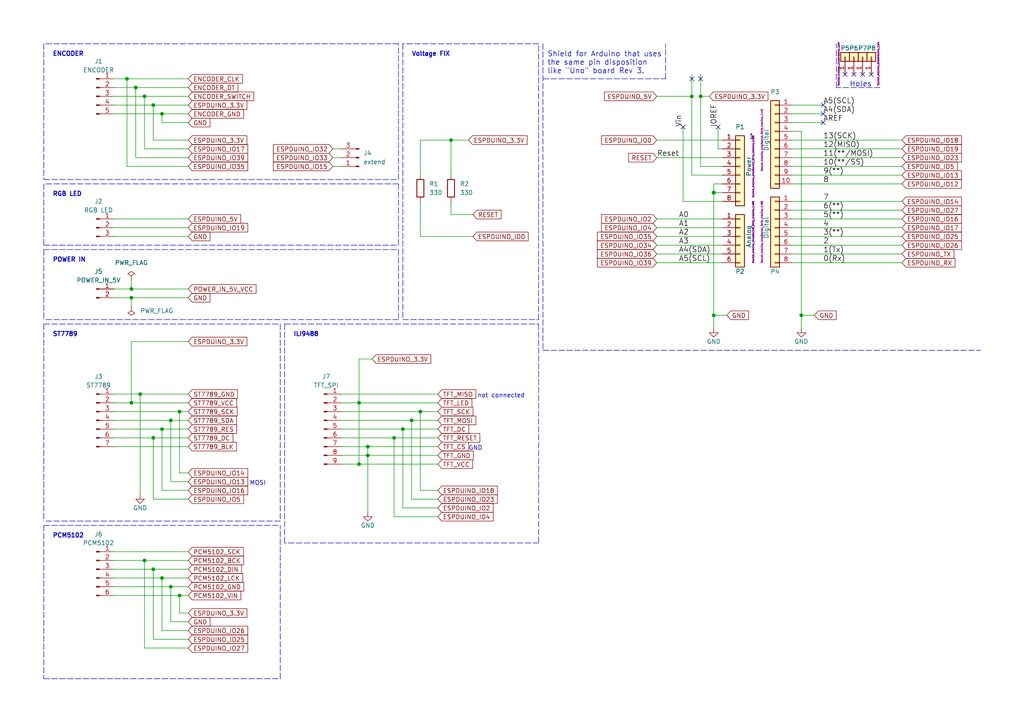
<source format=kicad_sch>
(kicad_sch (version 20211123) (generator eeschema)
  (paper "A4")
  (title_block (title "KEN ESP32 INTERNET RADIO HAT FOR ESPDUINO ") (date "lun. 30 mars 2015"))
  (lib_symbols
    (symbol "Conn_01x03_Male_1" (pin_names (offset 1.016) hide)
      (property "Reference" "J" (at 0 5.08 0))
      (property "Value" "Conn_01x03_Male_1" (at 0 -5.08 0))
      (symbol "Conn_01x03_Male_1_1_1"
        (polyline (pts (xy 1.27 -2.54) (xy 0.8636 -2.54)) (stroke (width 0.1524)))
        (polyline (pts (xy 1.27 0) (xy 0.8636 0)) (stroke (width 0.1524)))
        (polyline (pts (xy 1.27 2.54) (xy 0.8636 2.54)) (stroke (width 0.1524)))
        (rectangle (start 0.8636 -2.413) (end 0 -2.667) (stroke (width 0.1524)) (fill (type outline)))
        (rectangle (start 0.8636 0.127) (end 0 -0.127) (stroke (width 0.1524)) (fill (type outline)))
        (rectangle (start 0.8636 2.667) (end 0 2.413) (stroke (width 0.1524)) (fill (type outline)))
        (pin passive line (at 5.08 2.54 180) (length 3.81) (name "Pin_1") (number "1"))
        (pin passive line (at 5.08 0 180) (length 3.81) (name "Pin_2") (number "2"))
        (pin passive line (at 5.08 -2.54 180) (length 3.81) (name "Pin_3") (number "3"))
      )
    )
    (symbol "Connector:Conn_01x02_Male" (pin_names (offset 1.016) hide)
      (property "Reference" "J" (at 0 2.54 0))
      (property "Value" "Conn_01x02_Male" (at 0 -5.08 0))
      (symbol "Conn_01x02_Male_1_1"
        (polyline (pts (xy 1.27 -2.54) (xy 0.8636 -2.54)) (stroke (width 0.1524)))
        (polyline (pts (xy 1.27 0) (xy 0.8636 0)) (stroke (width 0.1524)))
        (rectangle (start 0.8636 -2.413) (end 0 -2.667) (stroke (width 0.1524)) (fill (type outline)))
        (rectangle (start 0.8636 0.127) (end 0 -0.127) (stroke (width 0.1524)) (fill (type outline)))
        (pin passive line (at 5.08 0 180) (length 3.81) (name "Pin_1") (number "1"))
        (pin passive line (at 5.08 -2.54 180) (length 3.81) (name "Pin_2") (number "2"))
      )
    )
    (symbol "Connector:Conn_01x03_Male" (pin_names (offset 1.016) hide)
      (property "Reference" "J" (at 0 5.08 0))
      (property "Value" "Conn_01x03_Male" (at 0 -5.08 0))
      (symbol "Conn_01x03_Male_1_1"
        (polyline (pts (xy 1.27 -2.54) (xy 0.8636 -2.54)) (stroke (width 0.1524)))
        (polyline (pts (xy 1.27 0) (xy 0.8636 0)) (stroke (width 0.1524)))
        (polyline (pts (xy 1.27 2.54) (xy 0.8636 2.54)) (stroke (width 0.1524)))
        (rectangle (start 0.8636 -2.413) (end 0 -2.667) (stroke (width 0.1524)) (fill (type outline)))
        (rectangle (start 0.8636 0.127) (end 0 -0.127) (stroke (width 0.1524)) (fill (type outline)))
        (rectangle (start 0.8636 2.667) (end 0 2.413) (stroke (width 0.1524)) (fill (type outline)))
        (pin passive line (at 5.08 2.54 180) (length 3.81) (name "Pin_1") (number "1"))
        (pin passive line (at 5.08 0 180) (length 3.81) (name "Pin_2") (number "2"))
        (pin passive line (at 5.08 -2.54 180) (length 3.81) (name "Pin_3") (number "3"))
      )
    )
    (symbol "Connector:Conn_01x05_Male" (pin_names (offset 1.016) hide)
      (property "Reference" "J" (at 0 7.62 0))
      (property "Value" "Conn_01x05_Male" (at 0 -7.62 0))
      (symbol "Conn_01x05_Male_1_1"
        (polyline (pts (xy 1.27 -5.08) (xy 0.8636 -5.08)) (stroke (width 0.1524)))
        (polyline (pts (xy 1.27 -2.54) (xy 0.8636 -2.54)) (stroke (width 0.1524)))
        (polyline (pts (xy 1.27 0) (xy 0.8636 0)) (stroke (width 0.1524)))
        (polyline (pts (xy 1.27 2.54) (xy 0.8636 2.54)) (stroke (width 0.1524)))
        (polyline (pts (xy 1.27 5.08) (xy 0.8636 5.08)) (stroke (width 0.1524)))
        (rectangle (start 0.8636 -4.953) (end 0 -5.207) (stroke (width 0.1524)) (fill (type outline)))
        (rectangle (start 0.8636 -2.413) (end 0 -2.667) (stroke (width 0.1524)) (fill (type outline)))
        (rectangle (start 0.8636 0.127) (end 0 -0.127) (stroke (width 0.1524)) (fill (type outline)))
        (rectangle (start 0.8636 2.667) (end 0 2.413) (stroke (width 0.1524)) (fill (type outline)))
        (rectangle (start 0.8636 5.207) (end 0 4.953) (stroke (width 0.1524)) (fill (type outline)))
        (pin passive line (at 5.08 5.08 180) (length 3.81) (name "Pin_1") (number "1"))
        (pin passive line (at 5.08 2.54 180) (length 3.81) (name "Pin_2") (number "2"))
        (pin passive line (at 5.08 0 180) (length 3.81) (name "Pin_3") (number "3"))
        (pin passive line (at 5.08 -2.54 180) (length 3.81) (name "Pin_4") (number "4"))
        (pin passive line (at 5.08 -5.08 180) (length 3.81) (name "Pin_5") (number "5"))
      )
    )
    (symbol "Connector:Conn_01x06_Male" (pin_names (offset 1.016) hide)
      (property "Reference" "J" (at 0 7.62 0))
      (property "Value" "Conn_01x06_Male" (at 0 -10.16 0))
      (symbol "Conn_01x06_Male_1_1"
        (polyline (pts (xy 1.27 -7.62) (xy 0.8636 -7.62)) (stroke (width 0.1524)))
        (polyline (pts (xy 1.27 -5.08) (xy 0.8636 -5.08)) (stroke (width 0.1524)))
        (polyline (pts (xy 1.27 -2.54) (xy 0.8636 -2.54)) (stroke (width 0.1524)))
        (polyline (pts (xy 1.27 0) (xy 0.8636 0)) (stroke (width 0.1524)))
        (polyline (pts (xy 1.27 2.54) (xy 0.8636 2.54)) (stroke (width 0.1524)))
        (polyline (pts (xy 1.27 5.08) (xy 0.8636 5.08)) (stroke (width 0.1524)))
        (rectangle (start 0.8636 -7.493) (end 0 -7.747) (stroke (width 0.1524)) (fill (type outline)))
        (rectangle (start 0.8636 -4.953) (end 0 -5.207) (stroke (width 0.1524)) (fill (type outline)))
        (rectangle (start 0.8636 -2.413) (end 0 -2.667) (stroke (width 0.1524)) (fill (type outline)))
        (rectangle (start 0.8636 0.127) (end 0 -0.127) (stroke (width 0.1524)) (fill (type outline)))
        (rectangle (start 0.8636 2.667) (end 0 2.413) (stroke (width 0.1524)) (fill (type outline)))
        (rectangle (start 0.8636 5.207) (end 0 4.953) (stroke (width 0.1524)) (fill (type outline)))
        (pin passive line (at 5.08 5.08 180) (length 3.81) (name "Pin_1") (number "1"))
        (pin passive line (at 5.08 2.54 180) (length 3.81) (name "Pin_2") (number "2"))
        (pin passive line (at 5.08 0 180) (length 3.81) (name "Pin_3") (number "3"))
        (pin passive line (at 5.08 -2.54 180) (length 3.81) (name "Pin_4") (number "4"))
        (pin passive line (at 5.08 -5.08 180) (length 3.81) (name "Pin_5") (number "5"))
        (pin passive line (at 5.08 -7.62 180) (length 3.81) (name "Pin_6") (number "6"))
      )
    )
    (symbol "Connector:Conn_01x07_Male" (pin_names (offset 1.016) hide)
      (property "Reference" "J" (at 0 10.16 0))
      (property "Value" "Conn_01x07_Male" (at 0 -10.16 0))
      (symbol "Conn_01x07_Male_1_1"
        (polyline (pts (xy 1.27 -7.62) (xy 0.8636 -7.62)) (stroke (width 0.1524)))
        (polyline (pts (xy 1.27 -5.08) (xy 0.8636 -5.08)) (stroke (width 0.1524)))
        (polyline (pts (xy 1.27 -2.54) (xy 0.8636 -2.54)) (stroke (width 0.1524)))
        (polyline (pts (xy 1.27 0) (xy 0.8636 0)) (stroke (width 0.1524)))
        (polyline (pts (xy 1.27 2.54) (xy 0.8636 2.54)) (stroke (width 0.1524)))
        (polyline (pts (xy 1.27 5.08) (xy 0.8636 5.08)) (stroke (width 0.1524)))
        (polyline (pts (xy 1.27 7.62) (xy 0.8636 7.62)) (stroke (width 0.1524)))
        (rectangle (start 0.8636 -7.493) (end 0 -7.747) (stroke (width 0.1524)) (fill (type outline)))
        (rectangle (start 0.8636 -4.953) (end 0 -5.207) (stroke (width 0.1524)) (fill (type outline)))
        (rectangle (start 0.8636 -2.413) (end 0 -2.667) (stroke (width 0.1524)) (fill (type outline)))
        (rectangle (start 0.8636 0.127) (end 0 -0.127) (stroke (width 0.1524)) (fill (type outline)))
        (rectangle (start 0.8636 2.667) (end 0 2.413) (stroke (width 0.1524)) (fill (type outline)))
        (rectangle (start 0.8636 5.207) (end 0 4.953) (stroke (width 0.1524)) (fill (type outline)))
        (rectangle (start 0.8636 7.747) (end 0 7.493) (stroke (width 0.1524)) (fill (type outline)))
        (pin passive line (at 5.08 7.62 180) (length 3.81) (name "Pin_1") (number "1"))
        (pin passive line (at 5.08 5.08 180) (length 3.81) (name "Pin_2") (number "2"))
        (pin passive line (at 5.08 2.54 180) (length 3.81) (name "Pin_3") (number "3"))
        (pin passive line (at 5.08 0 180) (length 3.81) (name "Pin_4") (number "4"))
        (pin passive line (at 5.08 -2.54 180) (length 3.81) (name "Pin_5") (number "5"))
        (pin passive line (at 5.08 -5.08 180) (length 3.81) (name "Pin_6") (number "6"))
        (pin passive line (at 5.08 -7.62 180) (length 3.81) (name "Pin_7") (number "7"))
      )
    )
    (symbol "Connector:Conn_01x09_Male" (pin_names (offset 1.016) hide)
      (property "Reference" "J" (at 0 12.7 0))
      (property "Value" "Conn_01x09_Male" (at 0 -12.7 0))
      (symbol "Conn_01x09_Male_1_1"
        (polyline (pts (xy 1.27 -10.16) (xy 0.8636 -10.16)) (stroke (width 0.1524)))
        (polyline (pts (xy 1.27 -7.62) (xy 0.8636 -7.62)) (stroke (width 0.1524)))
        (polyline (pts (xy 1.27 -5.08) (xy 0.8636 -5.08)) (stroke (width 0.1524)))
        (polyline (pts (xy 1.27 -2.54) (xy 0.8636 -2.54)) (stroke (width 0.1524)))
        (polyline (pts (xy 1.27 0) (xy 0.8636 0)) (stroke (width 0.1524)))
        (polyline (pts (xy 1.27 2.54) (xy 0.8636 2.54)) (stroke (width 0.1524)))
        (polyline (pts (xy 1.27 5.08) (xy 0.8636 5.08)) (stroke (width 0.1524)))
        (polyline (pts (xy 1.27 7.62) (xy 0.8636 7.62)) (stroke (width 0.1524)))
        (polyline (pts (xy 1.27 10.16) (xy 0.8636 10.16)) (stroke (width 0.1524)))
        (rectangle (start 0.8636 -10.033) (end 0 -10.287) (stroke (width 0.1524)) (fill (type outline)))
        (rectangle (start 0.8636 -7.493) (end 0 -7.747) (stroke (width 0.1524)) (fill (type outline)))
        (rectangle (start 0.8636 -4.953) (end 0 -5.207) (stroke (width 0.1524)) (fill (type outline)))
        (rectangle (start 0.8636 -2.413) (end 0 -2.667) (stroke (width 0.1524)) (fill (type outline)))
        (rectangle (start 0.8636 0.127) (end 0 -0.127) (stroke (width 0.1524)) (fill (type outline)))
        (rectangle (start 0.8636 2.667) (end 0 2.413) (stroke (width 0.1524)) (fill (type outline)))
        (rectangle (start 0.8636 5.207) (end 0 4.953) (stroke (width 0.1524)) (fill (type outline)))
        (rectangle (start 0.8636 7.747) (end 0 7.493) (stroke (width 0.1524)) (fill (type outline)))
        (rectangle (start 0.8636 10.287) (end 0 10.033) (stroke (width 0.1524)) (fill (type outline)))
        (pin passive line (at 5.08 10.16 180) (length 3.81) (name "Pin_1") (number "1"))
        (pin passive line (at 5.08 7.62 180) (length 3.81) (name "Pin_2") (number "2"))
        (pin passive line (at 5.08 5.08 180) (length 3.81) (name "Pin_3") (number "3"))
        (pin passive line (at 5.08 2.54 180) (length 3.81) (name "Pin_4") (number "4"))
        (pin passive line (at 5.08 0 180) (length 3.81) (name "Pin_5") (number "5"))
        (pin passive line (at 5.08 -2.54 180) (length 3.81) (name "Pin_6") (number "6"))
        (pin passive line (at 5.08 -5.08 180) (length 3.81) (name "Pin_7") (number "7"))
        (pin passive line (at 5.08 -7.62 180) (length 3.81) (name "Pin_8") (number "8"))
        (pin passive line (at 5.08 -10.16 180) (length 3.81) (name "Pin_9") (number "9"))
      )
    )
    (symbol "Connector_Generic:Conn_01x01" (pin_names (offset 1.016) hide)
      (property "Reference" "J" (at 0 2.54 0))
      (property "Value" "Conn_01x01" (at 0 -2.54 0))
      (symbol "Conn_01x01_1_1"
        (rectangle (start -1.27 0.127) (end 0 -0.127) (stroke (width 0.1524)))
        (rectangle (start -1.27 1.27) (end 1.27 -1.27) (stroke (width 0.254)) (fill (type background)))
        (pin passive line (at -5.08 0 0) (length 3.81) (name "Pin_1") (number "1"))
      )
    )
    (symbol "Connector_Generic:Conn_01x06" (pin_names (offset 1.016) hide)
      (property "Reference" "J" (at 0 7.62 0))
      (property "Value" "Conn_01x06" (at 0 -10.16 0))
      (symbol "Conn_01x06_1_1"
        (rectangle (start -1.27 -7.493) (end 0 -7.747) (stroke (width 0.1524)))
        (rectangle (start -1.27 -4.953) (end 0 -5.207) (stroke (width 0.1524)))
        (rectangle (start -1.27 -2.413) (end 0 -2.667) (stroke (width 0.1524)))
        (rectangle (start -1.27 0.127) (end 0 -0.127) (stroke (width 0.1524)))
        (rectangle (start -1.27 2.667) (end 0 2.413) (stroke (width 0.1524)))
        (rectangle (start -1.27 5.207) (end 0 4.953) (stroke (width 0.1524)))
        (rectangle (start -1.27 6.35) (end 1.27 -8.89) (stroke (width 0.254)) (fill (type background)))
        (pin passive line (at -5.08 5.08 0) (length 3.81) (name "Pin_1") (number "1"))
        (pin passive line (at -5.08 2.54 0) (length 3.81) (name "Pin_2") (number "2"))
        (pin passive line (at -5.08 0 0) (length 3.81) (name "Pin_3") (number "3"))
        (pin passive line (at -5.08 -2.54 0) (length 3.81) (name "Pin_4") (number "4"))
        (pin passive line (at -5.08 -5.08 0) (length 3.81) (name "Pin_5") (number "5"))
        (pin passive line (at -5.08 -7.62 0) (length 3.81) (name "Pin_6") (number "6"))
      )
    )
    (symbol "Connector_Generic:Conn_01x08" (pin_names (offset 1.016) hide)
      (property "Reference" "J" (at 0 10.16 0))
      (property "Value" "Conn_01x08" (at 0 -12.7 0))
      (symbol "Conn_01x08_1_1"
        (rectangle (start -1.27 -10.033) (end 0 -10.287) (stroke (width 0.1524)))
        (rectangle (start -1.27 -7.493) (end 0 -7.747) (stroke (width 0.1524)))
        (rectangle (start -1.27 -4.953) (end 0 -5.207) (stroke (width 0.1524)))
        (rectangle (start -1.27 -2.413) (end 0 -2.667) (stroke (width 0.1524)))
        (rectangle (start -1.27 0.127) (end 0 -0.127) (stroke (width 0.1524)))
        (rectangle (start -1.27 2.667) (end 0 2.413) (stroke (width 0.1524)))
        (rectangle (start -1.27 5.207) (end 0 4.953) (stroke (width 0.1524)))
        (rectangle (start -1.27 7.747) (end 0 7.493) (stroke (width 0.1524)))
        (rectangle (start -1.27 8.89) (end 1.27 -11.43) (stroke (width 0.254)) (fill (type background)))
        (pin passive line (at -5.08 7.62 0) (length 3.81) (name "Pin_1") (number "1"))
        (pin passive line (at -5.08 5.08 0) (length 3.81) (name "Pin_2") (number "2"))
        (pin passive line (at -5.08 2.54 0) (length 3.81) (name "Pin_3") (number "3"))
        (pin passive line (at -5.08 0 0) (length 3.81) (name "Pin_4") (number "4"))
        (pin passive line (at -5.08 -2.54 0) (length 3.81) (name "Pin_5") (number "5"))
        (pin passive line (at -5.08 -5.08 0) (length 3.81) (name "Pin_6") (number "6"))
        (pin passive line (at -5.08 -7.62 0) (length 3.81) (name "Pin_7") (number "7"))
        (pin passive line (at -5.08 -10.16 0) (length 3.81) (name "Pin_8") (number "8"))
      )
    )
    (symbol "Connector_Generic:Conn_01x10" (pin_names (offset 1.016) hide)
      (property "Reference" "J" (at 0 12.7 0))
      (property "Value" "Conn_01x10" (at 0 -15.24 0))
      (symbol "Conn_01x10_1_1"
        (rectangle (start -1.27 -12.573) (end 0 -12.827) (stroke (width 0.1524)))
        (rectangle (start -1.27 -10.033) (end 0 -10.287) (stroke (width 0.1524)))
        (rectangle (start -1.27 -7.493) (end 0 -7.747) (stroke (width 0.1524)))
        (rectangle (start -1.27 -4.953) (end 0 -5.207) (stroke (width 0.1524)))
        (rectangle (start -1.27 -2.413) (end 0 -2.667) (stroke (width 0.1524)))
        (rectangle (start -1.27 0.127) (end 0 -0.127) (stroke (width 0.1524)))
        (rectangle (start -1.27 2.667) (end 0 2.413) (stroke (width 0.1524)))
        (rectangle (start -1.27 5.207) (end 0 4.953) (stroke (width 0.1524)))
        (rectangle (start -1.27 7.747) (end 0 7.493) (stroke (width 0.1524)))
        (rectangle (start -1.27 10.287) (end 0 10.033) (stroke (width 0.1524)))
        (rectangle (start -1.27 11.43) (end 1.27 -13.97) (stroke (width 0.254)) (fill (type background)))
        (pin passive line (at -5.08 10.16 0) (length 3.81) (name "Pin_1") (number "1"))
        (pin passive line (at -5.08 -12.7 0) (length 3.81) (name "Pin_10") (number "10"))
        (pin passive line (at -5.08 7.62 0) (length 3.81) (name "Pin_2") (number "2"))
        (pin passive line (at -5.08 5.08 0) (length 3.81) (name "Pin_3") (number "3"))
        (pin passive line (at -5.08 2.54 0) (length 3.81) (name "Pin_4") (number "4"))
        (pin passive line (at -5.08 0 0) (length 3.81) (name "Pin_5") (number "5"))
        (pin passive line (at -5.08 -2.54 0) (length 3.81) (name "Pin_6") (number "6"))
        (pin passive line (at -5.08 -5.08 0) (length 3.81) (name "Pin_7") (number "7"))
        (pin passive line (at -5.08 -7.62 0) (length 3.81) (name "Pin_8") (number "8"))
        (pin passive line (at -5.08 -10.16 0) (length 3.81) (name "Pin_9") (number "9"))
      )
    )
    (symbol "Device:R" (pin_numbers hide) (pin_names (offset 0))
      (property "Reference" "R" (at 2.032 0 90))
      (property "Value" "R" (at 0 0 90))
      (symbol "R_0_1"
        (rectangle (start -1.016 -2.54) (end 1.016 2.54) (stroke (width 0.254)))
      )
      (symbol "R_1_1"
        (pin passive line (at 0 3.81 270) (length 1.27) (name "~") (number "1"))
        (pin passive line (at 0 -3.81 90) (length 1.27) (name "~") (number "2"))
      )
    )
    (symbol "power:GND" (power) (pin_names (offset 0))
      (property "Value" "GND" (at 0 -3.81 0))
      (symbol "GND_0_1"
        (polyline (pts (xy 0 0) (xy 0 -1.27) (xy 1.27 -1.27) (xy 0 -2.54) (xy -1.27 -1.27) (xy 0 -1.27)))
      )
      (symbol "GND_1_1"
        (pin power_in line (at 0 0 270) (length 0) hide (name "GND") (number "1"))
      )
    )
    (symbol "power:PWR_FLAG" (power) (pin_numbers hide) (pin_names (offset 0) hide)
      (property "Value" "PWR_FLAG" (at 0 3.81 0))
      (symbol "PWR_FLAG_0_0"
        (pin power_out line (at 0 0 90) (length 0) (name "pwr") (number "1"))
      )
      (symbol "PWR_FLAG_0_1"
        (polyline (pts (xy 0 0) (xy 0 1.27) (xy -1.016 1.905) (xy 0 2.54) (xy 1.016 1.905) (xy 0 1.27)))
      )
    )
  )
  (junction (at 38.1 116.84))
  (junction (at 200.66 27.94))
  (junction (at 46.99 167.64))
  (junction (at 104.14 134.62))
  (junction (at 44.45 30.48))
  (junction (at 49.53 170.18))
  (junction (at 52.07 172.72))
  (junction (at 207.01 55.88) (diameter 1.016))
  (junction (at 130.81 40.64))
  (junction (at 41.91 162.56))
  (junction (at 46.99 33.02))
  (junction (at 52.07 119.38))
  (junction (at 46.99 124.46))
  (junction (at 114.3 127))
  (junction (at 49.53 121.92))
  (junction (at 44.45 165.1))
  (junction (at 38.1 83.82))
  (junction (at 203.2 27.94))
  (junction (at 116.84 124.46))
  (junction (at 106.68 129.54))
  (junction (at 41.91 27.94))
  (junction (at 106.68 132.08))
  (junction (at 36.83 22.86))
  (junction (at 121.92 119.38))
  (junction (at 38.1 86.36))
  (junction (at 119.38 121.92))
  (junction (at 232.41 91.44))
  (junction (at 40.64 114.3))
  (junction (at 104.14 116.84))
  (junction (at 44.45 127))
  (junction (at 39.37 25.4))
  (junction (at 207.01 91.44))
  (no_connect (at 250.19 21.59))
  (no_connect (at 245.11 21.59))
  (no_connect (at 247.65 21.59))
  (no_connect (at 200.66 22.86))
  (no_connect (at 203.2 22.86))
  (no_connect (at 252.73 21.59))
  (no_connect (at 238.76 35.56))
  (no_connect (at 238.76 33.02))
  (no_connect (at 238.76 30.48))
  (no_connect (at 198.12 36.83))
  (no_connect (at 208.28 36.83))
  (wire (pts (xy 114.3 127) (xy 127 127)))
  (wire (pts (xy 36.83 22.86) (xy 54.61 22.86)))
  (wire (pts (xy 121.92 68.58) (xy 121.92 58.42)))
  (polyline (pts (xy 12.7 52.07) (xy 115.57 52.07)))
  (polyline (pts (xy 12.7 152.4) (xy 12.7 196.85)))
  (wire (pts (xy 44.45 165.1) (xy 54.61 165.1)))
  (wire (pts (xy 33.02 160.02) (xy 54.61 160.02)))
  (wire (pts (xy 209.55 48.26) (xy 203.2 48.26)))
  (wire (pts (xy 209.55 71.12) (xy 190.5 71.12)))
  (polyline (pts (xy 115.57 72.39) (xy 115.57 92.71)))
  (wire (pts (xy 52.07 119.38) (xy 54.61 119.38)))
  (polyline (pts (xy 12.7 71.12) (xy 115.57 71.12)))
  (polyline (pts (xy 193.04 22.86) (xy 193.04 12.7)) (stroke (width 0) (type dash)))
  (wire (pts (xy 106.68 132.08) (xy 106.68 148.59)))
  (wire (pts (xy 99.06 121.92) (xy 119.38 121.92)))
  (polyline (pts (xy 115.57 53.34) (xy 12.7 53.34)))
  (wire (pts (xy 229.87 63.5) (xy 261.62 63.5)))
  (wire (pts (xy 121.92 119.38) (xy 121.92 142.24)))
  (wire (pts (xy 46.99 124.46) (xy 54.61 124.46)))
  (wire (pts (xy 46.99 167.64) (xy 46.99 182.88)))
  (wire (pts (xy 52.07 177.8) (xy 54.61 177.8)))
  (wire (pts (xy 52.07 137.16) (xy 54.61 137.16)))
  (wire (pts (xy 46.99 33.02) (xy 54.61 33.02)))
  (wire (pts (xy 96.52 45.72) (xy 99.06 45.72)))
  (wire (pts (xy 106.68 129.54) (xy 106.68 132.08)))
  (wire (pts (xy 33.02 119.38) (xy 52.07 119.38)))
  (wire (pts (xy 39.37 25.4) (xy 39.37 45.72)))
  (wire (pts (xy 46.99 142.24) (xy 54.61 142.24)))
  (wire (pts (xy 54.61 99.06) (xy 38.1 99.06)))
  (wire (pts (xy 36.83 22.86) (xy 36.83 48.26)))
  (wire (pts (xy 52.07 119.38) (xy 52.07 137.16)))
  (wire (pts (xy 33.02 129.54) (xy 54.61 129.54)))
  (wire (pts (xy 121.92 119.38) (xy 127 119.38)))
  (wire (pts (xy 33.02 68.58) (xy 54.61 68.58)))
  (wire (pts (xy 44.45 144.78) (xy 54.61 144.78)))
  (wire (pts (xy 54.61 185.42) (xy 44.45 185.42)))
  (wire (pts (xy 38.1 81.28) (xy 38.1 83.82)))
  (polyline (pts (xy 12.7 196.85) (xy 81.28 196.85)))
  (polyline (pts (xy 12.7 72.39) (xy 115.57 72.39)))
  (wire (pts (xy 33.02 116.84) (xy 38.1 116.84)))
  (wire (pts (xy 207.01 53.34) (xy 207.01 55.88)))
  (wire (pts (xy 130.81 40.64) (xy 135.89 40.64)))
  (wire (pts (xy 99.06 114.3) (xy 127 114.3)))
  (polyline (pts (xy 156.21 93.98) (xy 156.21 157.48)))
  (wire (pts (xy 33.02 121.92) (xy 49.53 121.92)))
  (wire (pts (xy 33.02 30.48) (xy 44.45 30.48)))
  (wire (pts (xy 229.87 43.18) (xy 261.62 43.18)))
  (wire (pts (xy 49.53 121.92) (xy 49.53 139.7)))
  (wire (pts (xy 121.92 50.8) (xy 121.92 40.64)))
  (wire (pts (xy 209.55 53.34) (xy 207.01 53.34)))
  (wire (pts (xy 190.5 40.64) (xy 209.55 40.64)))
  (wire (pts (xy 33.02 33.02) (xy 46.99 33.02)))
  (wire (pts (xy 46.99 124.46) (xy 46.99 142.24)))
  (polyline (pts (xy 116.84 92.71) (xy 156.21 92.71)))
  (wire (pts (xy 190.5 27.94) (xy 200.66 27.94)))
  (wire (pts (xy 33.02 63.5) (xy 54.61 63.5)))
  (polyline (pts (xy 12.7 152.4) (xy 81.28 152.4)))
  (wire (pts (xy 99.06 119.38) (xy 121.92 119.38)))
  (wire (pts (xy 49.53 121.92) (xy 54.61 121.92)))
  (wire (pts (xy 229.87 53.34) (xy 261.62 53.34)))
  (wire (pts (xy 208.28 43.18) (xy 209.55 43.18)))
  (wire (pts (xy 209.55 50.8) (xy 200.66 50.8)))
  (wire (pts (xy 41.91 27.94) (xy 41.91 43.18)))
  (wire (pts (xy 33.02 66.04) (xy 54.61 66.04)))
  (wire (pts (xy 40.64 114.3) (xy 54.61 114.3)))
  (wire (pts (xy 99.06 134.62) (xy 104.14 134.62)))
  (polyline (pts (xy 81.28 151.13) (xy 12.7 151.13)))
  (wire (pts (xy 49.53 170.18) (xy 54.61 170.18)))
  (wire (pts (xy 38.1 86.36) (xy 38.1 88.9)))
  (polyline (pts (xy 115.57 52.07) (xy 115.57 12.7)))
  (wire (pts (xy 104.14 134.62) (xy 127 134.62)))
  (wire (pts (xy 54.61 35.56) (xy 46.99 35.56)))
  (wire (pts (xy 130.81 58.42) (xy 130.81 62.23)))
  (wire (pts (xy 229.87 40.64) (xy 261.62 40.64)))
  (wire (pts (xy 119.38 121.92) (xy 119.38 144.78)))
  (polyline (pts (xy 12.7 93.98) (xy 81.28 93.98)))
  (polyline (pts (xy 115.57 92.71) (xy 12.7 92.71)))
  (wire (pts (xy 229.87 58.42) (xy 261.62 58.42)))
  (wire (pts (xy 209.55 66.04) (xy 190.5 66.04)))
  (polyline (pts (xy 115.57 12.7) (xy 12.7 12.7)))
  (wire (pts (xy 39.37 45.72) (xy 54.61 45.72)))
  (wire (pts (xy 33.02 86.36) (xy 38.1 86.36)))
  (wire (pts (xy 229.87 30.48) (xy 238.76 30.48)))
  (polyline (pts (xy 156.21 157.48) (xy 82.55 157.48)))
  (wire (pts (xy 38.1 99.06) (xy 38.1 116.84)))
  (wire (pts (xy 232.41 38.1) (xy 232.41 91.44)))
  (wire (pts (xy 229.87 71.12) (xy 261.62 71.12)))
  (wire (pts (xy 99.06 116.84) (xy 104.14 116.84)))
  (polyline (pts (xy 156.21 92.71) (xy 156.21 12.7)))
  (wire (pts (xy 33.02 165.1) (xy 44.45 165.1)))
  (wire (pts (xy 209.55 58.42) (xy 198.12 58.42)))
  (wire (pts (xy 207.01 91.44) (xy 207.01 95.25)))
  (polyline (pts (xy 115.57 53.34) (xy 115.57 71.12)))
  (wire (pts (xy 130.81 50.8) (xy 130.81 40.64)))
  (wire (pts (xy 106.68 132.08) (xy 127 132.08)))
  (wire (pts (xy 96.52 43.18) (xy 99.06 43.18)))
  (wire (pts (xy 104.14 104.14) (xy 104.14 116.84)))
  (wire (pts (xy 33.02 124.46) (xy 46.99 124.46)))
  (wire (pts (xy 49.53 139.7) (xy 54.61 139.7)))
  (polyline (pts (xy 116.84 12.7) (xy 116.84 92.71)))
  (wire (pts (xy 38.1 83.82) (xy 54.61 83.82)))
  (wire (pts (xy 99.06 129.54) (xy 106.68 129.54)))
  (wire (pts (xy 44.45 40.64) (xy 54.61 40.64)))
  (wire (pts (xy 232.41 91.44) (xy 232.41 95.25)))
  (wire (pts (xy 137.16 62.23) (xy 130.81 62.23)))
  (wire (pts (xy 33.02 25.4) (xy 39.37 25.4)))
  (wire (pts (xy 137.16 68.58) (xy 121.92 68.58)))
  (wire (pts (xy 209.55 63.5) (xy 190.5 63.5)))
  (polyline (pts (xy 82.55 93.98) (xy 82.55 157.48)))
  (wire (pts (xy 33.02 172.72) (xy 52.07 172.72)))
  (wire (pts (xy 106.68 129.54) (xy 127 129.54)))
  (wire (pts (xy 232.41 91.44) (xy 236.22 91.44)))
  (wire (pts (xy 116.84 147.32) (xy 127 147.32)))
  (wire (pts (xy 33.02 83.82) (xy 38.1 83.82)))
  (wire (pts (xy 207.01 91.44) (xy 210.82 91.44)))
  (wire (pts (xy 229.87 45.72) (xy 261.62 45.72)))
  (wire (pts (xy 41.91 162.56) (xy 41.91 187.96)))
  (wire (pts (xy 209.55 73.66) (xy 190.5 73.66)))
  (polyline (pts (xy 255.27 25.4) (xy 242.57 25.4)) (stroke (width 0) (type dash)))
  (polyline (pts (xy 82.55 93.98) (xy 156.21 93.98)))
  (wire (pts (xy 99.06 127) (xy 114.3 127)))
  (wire (pts (xy 46.99 167.64) (xy 54.61 167.64)))
  (wire (pts (xy 209.55 45.72) (xy 190.5 45.72)))
  (wire (pts (xy 39.37 25.4) (xy 54.61 25.4)))
  (wire (pts (xy 229.87 38.1) (xy 232.41 38.1)))
  (wire (pts (xy 209.55 55.88) (xy 207.01 55.88)))
  (wire (pts (xy 229.87 50.8) (xy 261.62 50.8)))
  (wire (pts (xy 54.61 182.88) (xy 46.99 182.88)))
  (wire (pts (xy 114.3 149.86) (xy 127 149.86)))
  (wire (pts (xy 36.83 48.26) (xy 54.61 48.26)))
  (wire (pts (xy 121.92 40.64) (xy 130.81 40.64)))
  (wire (pts (xy 41.91 162.56) (xy 54.61 162.56)))
  (wire (pts (xy 33.02 127) (xy 44.45 127)))
  (wire (pts (xy 190.5 76.2) (xy 209.55 76.2)))
  (polyline (pts (xy 12.7 53.34) (xy 12.7 71.12)))
  (wire (pts (xy 207.01 55.88) (xy 207.01 91.44)))
  (wire (pts (xy 198.12 58.42) (xy 198.12 36.83)))
  (polyline (pts (xy 81.28 93.98) (xy 81.28 151.13)))
  (wire (pts (xy 44.45 165.1) (xy 44.45 185.42)))
  (wire (pts (xy 40.64 114.3) (xy 40.64 143.51)))
  (polyline (pts (xy 157.48 101.6) (xy 284.48 101.6)) (stroke (width 0) (type dash)))
  (wire (pts (xy 33.02 162.56) (xy 41.91 162.56)))
  (wire (pts (xy 229.87 68.58) (xy 261.62 68.58)))
  (wire (pts (xy 46.99 33.02) (xy 46.99 35.56)))
  (wire (pts (xy 116.84 124.46) (xy 127 124.46)))
  (wire (pts (xy 49.53 170.18) (xy 49.53 180.34)))
  (wire (pts (xy 229.87 73.66) (xy 261.62 73.66)))
  (polyline (pts (xy 242.57 25.4) (xy 242.57 12.7)) (stroke (width 0) (type dash)))
  (wire (pts (xy 203.2 27.94) (xy 205.74 27.94)))
  (wire (pts (xy 52.07 172.72) (xy 54.61 172.72)))
  (wire (pts (xy 229.87 60.96) (xy 261.62 60.96)))
  (wire (pts (xy 44.45 30.48) (xy 54.61 30.48)))
  (wire (pts (xy 200.66 27.94) (xy 200.66 50.8)))
  (polyline (pts (xy 156.21 12.7) (xy 116.84 12.7)))
  (wire (pts (xy 99.06 132.08) (xy 106.68 132.08)))
  (wire (pts (xy 54.61 187.96) (xy 41.91 187.96)))
  (wire (pts (xy 44.45 127) (xy 44.45 144.78)))
  (wire (pts (xy 33.02 167.64) (xy 46.99 167.64)))
  (wire (pts (xy 229.87 33.02) (xy 238.76 33.02)))
  (wire (pts (xy 116.84 124.46) (xy 116.84 147.32)))
  (wire (pts (xy 104.14 116.84) (xy 104.14 134.62)))
  (wire (pts (xy 41.91 27.94) (xy 54.61 27.94)))
  (wire (pts (xy 99.06 124.46) (xy 116.84 124.46)))
  (wire (pts (xy 121.92 142.24) (xy 127 142.24)))
  (wire (pts (xy 229.87 66.04) (xy 261.62 66.04)))
  (wire (pts (xy 33.02 114.3) (xy 40.64 114.3)))
  (wire (pts (xy 229.87 35.56) (xy 238.76 35.56)))
  (wire (pts (xy 200.66 21.59) (xy 200.66 27.94)))
  (wire (pts (xy 119.38 121.92) (xy 127 121.92)))
  (wire (pts (xy 96.52 48.26) (xy 99.06 48.26)))
  (polyline (pts (xy 157.48 12.7) (xy 157.48 101.6)) (stroke (width 0) (type dash)))
  (wire (pts (xy 33.02 27.94) (xy 41.91 27.94)))
  (wire (pts (xy 44.45 127) (xy 54.61 127)))
  (wire (pts (xy 107.95 104.14) (xy 104.14 104.14)))
  (polyline (pts (xy 12.7 12.7) (xy 12.7 52.07)))
  (wire (pts (xy 203.2 21.59) (xy 203.2 27.94)))
  (polyline (pts (xy 12.7 72.39) (xy 12.7 92.71)))
  (wire (pts (xy 38.1 86.36) (xy 54.61 86.36)))
  (wire (pts (xy 44.45 30.48) (xy 44.45 40.64)))
  (wire (pts (xy 49.53 180.34) (xy 54.61 180.34)))
  (wire (pts (xy 203.2 27.94) (xy 203.2 48.26)))
  (wire (pts (xy 119.38 144.78) (xy 127 144.78)))
  (wire (pts (xy 208.28 36.83) (xy 208.28 43.18)))
  (wire (pts (xy 52.07 172.72) (xy 52.07 177.8)))
  (wire (pts (xy 229.87 76.2) (xy 261.62 76.2)))
  (wire (pts (xy 33.02 170.18) (xy 49.53 170.18)))
  (wire (pts (xy 229.87 48.26) (xy 261.62 48.26)))
  (wire (pts (xy 38.1 116.84) (xy 54.61 116.84)))
  (wire (pts (xy 114.3 127) (xy 114.3 149.86)))
  (wire (pts (xy 104.14 116.84) (xy 127 116.84)))
  (wire (pts (xy 41.91 43.18) (xy 54.61 43.18)))
  (polyline (pts (xy 81.28 196.85) (xy 81.28 152.4)))
  (wire (pts (xy 209.55 68.58) (xy 190.5 68.58)))
  (wire (pts (xy 33.02 22.86) (xy 36.83 22.86)))
  (polyline (pts (xy 12.7 93.98) (xy 12.7 151.13)))
  (polyline (pts (xy 157.48 22.86) (xy 193.04 22.86)) (stroke (width 0) (type dash)))
  (text "ST7789" (at 15.24 97.79 0) (effects (font (size 1.27 1.27) bold) (justify left bottom)))
  (text "ENCODER" (at 15.24 16.51 0) (effects (font (size 1.27 1.27) (thickness 0.254) bold) (justify left bottom)))
  (text "POWER IN" (at 15.24 76.2 0) (effects (font (size 1.27 1.27) bold) (justify left bottom)))
  (text "ILI9488" (at 85.09 97.79 0) (effects (font (size 1.27 1.27) bold) (justify left bottom)))
  (text "GND\n" (at 135.89 130.81 0) (effects (font (size 1.27 1.27)) (justify left bottom)))
  (text "Holes" (at 246.38 25.4 0) (effects (font (size 1.524 1.524)) (justify left bottom)))
  (text "Shield for Arduino that uses\nthe same pin disposition\nlike \"Uno\" board Rev 3." (at 158.75 21.59 0) (effects (font (size 1.524 1.524)) (justify left bottom)))
  (text "RGB LED" (at 15.24 57.15 0) (effects (font (size 1.27 1.27) bold) (justify left bottom)))
  (text "Voltage FIX" (at 119.38 16.51 0) (effects (font (size 1.27 1.27) (thickness 0.254) bold) (justify left bottom)))
  (text "MOSI\n" (at 72.39 140.97 0) (effects (font (size 1.27 1.27)) (justify left bottom)))
  (text "PCM5102" (at 15.24 156.21 0) (effects (font (size 1.27 1.27) bold) (justify left bottom)))
  (text "not connected\n" (at 138.43 115.57 0) (effects (font (size 1.27 1.27)) (justify left bottom)))
  (text "1" (at 217.17 40.64 0) (effects (font (size 1.524 1.524)) (justify left bottom)))
  (label "Vin" (at 198.12 36.83 90) (effects (font (size 1.524 1.524))))
  (label "0(Rx)" (at 238.76 76.2 0) (effects (font (size 1.524 1.524))))
  (label "A4(SDA)" (at 196.85 73.66 0) (effects (font (size 1.524 1.524))))
  (label "4" (at 238.76 66.04 0) (effects (font (size 1.524 1.524))))
  (label "5(**)" (at 238.76 63.5 0) (effects (font (size 1.524 1.524))))
  (label "A2" (at 196.85 68.58 0) (effects (font (size 1.524 1.524))))
  (label "A5(SCL)" (at 196.85 76.2 0) (effects (font (size 1.524 1.524))))
  (label "A0" (at 196.85 63.5 0) (effects (font (size 1.524 1.524))))
  (label "A1" (at 196.85 66.04 0) (effects (font (size 1.524 1.524))))
  (label "10(**/SS)" (at 238.76 48.26 0) (effects (font (size 1.524 1.524))))
  (label "13(SCK)" (at 238.76 40.64 0) (effects (font (size 1.524 1.524))))
  (label "7" (at 238.76 58.42 0) (effects (font (size 1.524 1.524))))
  (label "A4(SDA)" (at 238.76 33.02 0) (effects (font (size 1.524 1.524))))
  (label "A3" (at 196.85 71.12 0) (effects (font (size 1.524 1.524))))
  (label "Reset" (at 190.5 45.72 0) (effects (font (size 1.524 1.524))))
  (label "2" (at 238.76 71.12 0) (effects (font (size 1.524 1.524))))
  (label "12(MISO)" (at 238.76 43.18 0) (effects (font (size 1.524 1.524))))
  (label "3(**)" (at 238.76 68.58 0) (effects (font (size 1.524 1.524))))
  (label "9(**)" (at 238.76 50.8 0) (effects (font (size 1.524 1.524))))
  (label "8" (at 238.76 53.34 0) (effects (font (size 1.524 1.524))))
  (label "A5(SCL)" (at 238.76 30.48 0) (effects (font (size 1.524 1.524))))
  (label "IOREF" (at 208.28 36.83 90) (effects (font (size 1.524 1.524))))
  (label "AREF" (at 238.76 35.56 0) (effects (font (size 1.524 1.524))))
  (label "11(**/MOSI)" (at 238.76 45.72 0) (effects (font (size 1.524 1.524))))
  (label "1(Tx)" (at 238.76 73.66 0) (effects (font (size 1.524 1.524))))
  (label "6(**)" (at 238.76 60.96 0) (effects (font (size 1.524 1.524))))
  (global_label "TFT_DC" (shape input) (at 127 124.46 0) (property "Intersheet References" "${INTERSHEET_REFS}" (effects hide)))
  (global_label "ESPDUINO_IO18" (shape input) (at 127 142.24 0) (property "Intersheet References" "${INTERSHEET_REFS}" (effects hide)))
  (global_label "GND" (shape input) (at 54.61 180.34 0) (property "Intersheet References" "${INTERSHEET_REFS}" (effects hide)))
  (global_label "POWER_IN_5V_VCC" (shape input) (at 54.61 83.82 0) (property "Intersheet References" "${INTERSHEET_REFS}" (effects hide)))
  (global_label "ESPDUINO_IO18" (shape input) (at 261.62 40.64 0) (property "Intersheet References" "${INTERSHEET_REFS}" (effects hide)))
  (global_label "GND" (shape input) (at 236.22 91.44 0) (property "Intersheet References" "${INTERSHEET_REFS}" (effects hide)))
  (global_label "ESPDUINO_IO16" (shape input) (at 261.62 63.5 0) (property "Intersheet References" "${INTERSHEET_REFS}" (effects hide)))
  (global_label "TFT_RESET" (shape input) (at 127 127 0) (property "Intersheet References" "${INTERSHEET_REFS}" (effects hide)))
  (global_label "ESPDUINO_3.3V" (shape input) (at 54.61 99.06 0) (property "Intersheet References" "${INTERSHEET_REFS}" (effects hide)))
  (global_label "ESPDUINO_IO32" (shape input) (at 96.52 43.18 180) (property "Intersheet References" "${INTERSHEET_REFS}" (effects hide)))
  (global_label "ESPDUINO_5V" (shape input) (at 190.5 27.94 180) (property "Intersheet References" "${INTERSHEET_REFS}" (effects hide)))
  (global_label "ESPDUINO_IO23" (shape input) (at 127 144.78 0) (property "Intersheet References" "${INTERSHEET_REFS}" (effects hide)))
  (global_label "ENCODER_CLK" (shape input) (at 54.61 22.86 0) (property "Intersheet References" "${INTERSHEET_REFS}" (effects hide)))
  (global_label "ESPDUINO_IO36" (shape input) (at 190.5 73.66 180) (property "Intersheet References" "${INTERSHEET_REFS}" (effects hide)))
  (global_label "ESPDUINO_IO35" (shape input) (at 190.5 68.58 180) (property "Intersheet References" "${INTERSHEET_REFS}" (effects hide)))
  (global_label "TFT_MISO" (shape input) (at 127 114.3 0) (property "Intersheet References" "${INTERSHEET_REFS}" (effects hide)))
  (global_label "PCM5102_BCK" (shape input) (at 54.61 162.56 0) (property "Intersheet References" "${INTERSHEET_REFS}" (effects hide)))
  (global_label "TFT_SCK" (shape input) (at 127 119.38 0) (property "Intersheet References" "${INTERSHEET_REFS}" (effects hide)))
  (global_label "ESPDUINO_IO17" (shape input) (at 261.62 66.04 0) (property "Intersheet References" "${INTERSHEET_REFS}" (effects hide)))
  (global_label "ESPDUINO_IO25" (shape input) (at 261.62 68.58 0) (property "Intersheet References" "${INTERSHEET_REFS}" (effects hide)))
  (global_label "ESPDUINO_3.3V" (shape input) (at 205.74 27.94 0) (property "Intersheet References" "${INTERSHEET_REFS}" (effects hide)))
  (global_label "ESPDUINO_5V" (shape input) (at 54.61 63.5 0) (property "Intersheet References" "${INTERSHEET_REFS}" (effects hide)))
  (global_label "ESPDUINO_IO0" (shape input) (at 190.5 40.64 180) (property "Intersheet References" "${INTERSHEET_REFS}" (effects hide)))
  (global_label "ESPDUINO_IO0" (shape input) (at 137.16 68.58 0) (property "Intersheet References" "${INTERSHEET_REFS}" (effects hide)))
  (global_label "ESPDUINO_3.3V" (shape input) (at 54.61 30.48 0) (property "Intersheet References" "${INTERSHEET_REFS}" (effects hide)))
  (global_label "ESPDUINO_3.3V" (shape input) (at 54.61 177.8 0) (property "Intersheet References" "${INTERSHEET_REFS}" (effects hide)))
  (global_label "RESET" (shape input) (at 190.5 45.72 180) (property "Intersheet References" "${INTERSHEET_REFS}" (effects hide)))
  (global_label "ESPDUINO_IO34" (shape input) (at 190.5 71.12 180) (property "Intersheet References" "${INTERSHEET_REFS}" (effects hide)))
  (global_label "ESPDUINO_IO14" (shape input) (at 54.61 137.16 0) (property "Intersheet References" "${INTERSHEET_REFS}" (effects hide)))
  (global_label "ESPDUINO_IO13" (shape input) (at 54.61 139.7 0) (property "Intersheet References" "${INTERSHEET_REFS}" (effects hide)))
  (global_label "ESPDUINO_IO19" (shape input) (at 261.62 43.18 0) (property "Intersheet References" "${INTERSHEET_REFS}" (effects hide)))
  (global_label "TFT_VCC" (shape input) (at 127 134.62 0) (property "Intersheet References" "${INTERSHEET_REFS}" (effects hide)))
  (global_label "ST7789_GND" (shape input) (at 54.61 114.3 0) (property "Intersheet References" "${INTERSHEET_REFS}" (effects hide)))
  (global_label "ST7789_VCC" (shape input) (at 54.61 116.84 0) (property "Intersheet References" "${INTERSHEET_REFS}" (effects hide)))
  (global_label "ESPDUINO_IO4" (shape input) (at 190.5 66.04 180) (property "Intersheet References" "${INTERSHEET_REFS}" (effects hide)))
  (global_label "ESPDUINO_IO26" (shape input) (at 261.62 71.12 0) (property "Intersheet References" "${INTERSHEET_REFS}" (effects hide)))
  (global_label "ESPDUINO_IO4" (shape input) (at 127 149.86 0) (property "Intersheet References" "${INTERSHEET_REFS}" (effects hide)))
  (global_label "ENCODER_GND" (shape input) (at 54.61 33.02 0) (property "Intersheet References" "${INTERSHEET_REFS}" (effects hide)))
  (global_label "ESPDUINO_IO39" (shape input) (at 190.5 76.2 180) (property "Intersheet References" "${INTERSHEET_REFS}" (effects hide)))
  (global_label "GND" (shape input) (at 54.61 68.58 0) (property "Intersheet References" "${INTERSHEET_REFS}" (effects hide)))
  (global_label "RESET" (shape input) (at 137.16 62.23 0) (property "Intersheet References" "${INTERSHEET_REFS}" (effects hide)))
  (global_label "ESPDUINO_RX" (shape input) (at 261.62 76.2 0) (property "Intersheet References" "${INTERSHEET_REFS}" (effects hide)))
  (global_label "ESPDUINO_IO35" (shape input) (at 54.61 48.26 0) (property "Intersheet References" "${INTERSHEET_REFS}" (effects hide)))
  (global_label "ESPDUINO_IO27" (shape input) (at 54.61 187.96 0) (property "Intersheet References" "${INTERSHEET_REFS}" (effects hide)))
  (global_label "ESPDUINO_IO14" (shape input) (at 261.62 58.42 0) (property "Intersheet References" "${INTERSHEET_REFS}" (effects hide)))
  (global_label "TFT_GND" (shape input) (at 127 132.08 0) (property "Intersheet References" "${INTERSHEET_REFS}" (effects hide)))
  (global_label "TFT_MOSI" (shape input) (at 127 121.92 0) (property "Intersheet References" "${INTERSHEET_REFS}" (effects hide)))
  (global_label "ST7789_SCK" (shape input) (at 54.61 119.38 0) (property "Intersheet References" "${INTERSHEET_REFS}" (effects hide)))
  (global_label "ST7789_SDA" (shape input) (at 54.61 121.92 0) (property "Intersheet References" "${INTERSHEET_REFS}" (effects hide)))
  (global_label "PCM5102_LCK" (shape input) (at 54.61 167.64 0) (property "Intersheet References" "${INTERSHEET_REFS}" (effects hide)))
  (global_label "TFT_LED" (shape input) (at 127 116.84 0) (property "Intersheet References" "${INTERSHEET_REFS}" (effects hide)))
  (global_label "PCM5102_SCK" (shape input) (at 54.61 160.02 0) (property "Intersheet References" "${INTERSHEET_REFS}" (effects hide)))
  (global_label "ST7789_DC" (shape input) (at 54.61 127 0) (property "Intersheet References" "${INTERSHEET_REFS}" (effects hide)))
  (global_label "ST7789_BLK" (shape input) (at 54.61 129.54 0) (property "Intersheet References" "${INTERSHEET_REFS}" (effects hide)))
  (global_label "ESPDUINO_3.3V" (shape input) (at 135.89 40.64 0) (property "Intersheet References" "${INTERSHEET_REFS}" (effects hide)))
  (global_label "ESPDUINO_3.3V" (shape input) (at 107.95 104.14 0) (property "Intersheet References" "${INTERSHEET_REFS}" (effects hide)))
  (global_label "ESPDUINO_IO12" (shape input) (at 261.62 53.34 0) (property "Intersheet References" "${INTERSHEET_REFS}" (effects hide)))
  (global_label "ESPDUINO_IO16" (shape input) (at 54.61 142.24 0) (property "Intersheet References" "${INTERSHEET_REFS}" (effects hide)))
  (global_label "ESPDUINO_IO2" (shape input) (at 127 147.32 0) (property "Intersheet References" "${INTERSHEET_REFS}" (effects hide)))
  (global_label "ESPDUINO_IO13" (shape input) (at 261.62 50.8 0) (property "Intersheet References" "${INTERSHEET_REFS}" (effects hide)))
  (global_label "PCM5102_GND" (shape input) (at 54.61 170.18 0) (property "Intersheet References" "${INTERSHEET_REFS}" (effects hide)))
  (global_label "ESPDUINO_IO17" (shape input) (at 54.61 43.18 0) (property "Intersheet References" "${INTERSHEET_REFS}" (effects hide)))
  (global_label "ESPDUINO_IO19" (shape input) (at 54.61 66.04 0) (property "Intersheet References" "${INTERSHEET_REFS}" (effects hide)))
  (global_label "ESPDUINO_IO25" (shape input) (at 54.61 185.42 0) (property "Intersheet References" "${INTERSHEET_REFS}" (effects hide)))
  (global_label "ENCODER_DT" (shape input) (at 54.61 25.4 0) (property "Intersheet References" "${INTERSHEET_REFS}" (effects hide)))
  (global_label "PCM5102_VIN" (shape input) (at 54.61 172.72 0) (property "Intersheet References" "${INTERSHEET_REFS}" (effects hide)))
  (global_label "ESPDUINO_IO5" (shape input) (at 261.62 48.26 0) (property "Intersheet References" "${INTERSHEET_REFS}" (effects hide)))
  (global_label "ESPDUINO_IO15" (shape input) (at 96.52 48.26 180) (property "Intersheet References" "${INTERSHEET_REFS}" (effects hide)))
  (global_label "ESPDUINO_IO23" (shape input) (at 261.62 45.72 0) (property "Intersheet References" "${INTERSHEET_REFS}" (effects hide)))
  (global_label "GND" (shape input) (at 210.82 91.44 0) (property "Intersheet References" "${INTERSHEET_REFS}" (effects hide)))
  (global_label "ESPDUINO_IO5" (shape input) (at 54.61 144.78 0) (property "Intersheet References" "${INTERSHEET_REFS}" (effects hide)))
  (global_label "ENCODER_SWITCH" (shape input) (at 54.61 27.94 0) (property "Intersheet References" "${INTERSHEET_REFS}" (effects hide)))
  (global_label "ESPDUINO_IO2" (shape input) (at 190.5 63.5 180) (property "Intersheet References" "${INTERSHEET_REFS}" (effects hide)))
  (global_label "ESPDUINO_IO26" (shape input) (at 54.61 182.88 0) (property "Intersheet References" "${INTERSHEET_REFS}" (effects hide)))
  (global_label "ESPDUINO_IO33" (shape input) (at 96.52 45.72 180) (property "Intersheet References" "${INTERSHEET_REFS}" (effects hide)))
  (global_label "ST7789_RES" (shape input) (at 54.61 124.46 0) (property "Intersheet References" "${INTERSHEET_REFS}" (effects hide)))
  (global_label "GND" (shape input) (at 54.61 35.56 0) (property "Intersheet References" "${INTERSHEET_REFS}" (effects hide)))
  (global_label "GND" (shape input) (at 54.61 86.36 0) (property "Intersheet References" "${INTERSHEET_REFS}" (effects hide)))
  (global_label "PCM5102_DIN" (shape input) (at 54.61 165.1 0) (property "Intersheet References" "${INTERSHEET_REFS}" (effects hide)))
  (global_label "ESPDUINO_IO27" (shape input) (at 261.62 60.96 0) (property "Intersheet References" "${INTERSHEET_REFS}" (effects hide)))
  (global_label "ESPDUINO_TX" (shape input) (at 261.62 73.66 0) (property "Intersheet References" "${INTERSHEET_REFS}" (effects hide)))
  (global_label "ESPDUINO_IO39" (shape input) (at 54.61 45.72 0) (property "Intersheet References" "${INTERSHEET_REFS}" (effects hide)))
  (global_label "ESPDUINO_3.3V" (shape input) (at 54.61 40.64 0) (property "Intersheet References" "${INTERSHEET_REFS}" (effects hide)))
  (global_label "TFT_CS" (shape input) (at 127 129.54 0) (property "Intersheet References" "${INTERSHEET_REFS}" (effects hide)))
  (symbol (lib_id "Connector_Generic:Conn_01x08") (at 214.63 48.26 0) (unit 1)
    (property "Reference" "P1" (at 214.63 36.83 0))
    (property "Value" "Power" (at 217.17 48.26 90))
    (property "Footprint" "Socket_Arduino_Uno:Socket_Strip_Arduino_1x08" (at 218.44 48.26 90) (effects (font (size 0.508 0.508))))
  )
  (symbol (lib_id "power:GND") (at 207.01 95.25 0) (unit 1)
    (property "Reference" "#PWR03" (effects hide))
    (property "Value" "GND" (at 207.01 99.06 0))
  )
  (symbol (lib_id "power:GND") (at 232.41 95.25 0) (unit 1)
    (property "Reference" "#PWR04" (effects hide))
    (property "Value" "GND" (at 232.41 99.06 0))
  )
  (symbol (lib_id "Connector_Generic:Conn_01x06") (at 214.63 68.58 0) (unit 1)
    (property "Reference" "P2" (at 214.63 78.74 0))
    (property "Value" "Analog" (at 217.17 68.58 90))
    (property "Footprint" "Socket_Arduino_Uno:Socket_Strip_Arduino_1x06" (at 218.44 67.31 90) (effects (font (size 0.508 0.508))))
  )
  (symbol (lib_id "Connector_Generic:Conn_01x01") (at 245.11 16.51 90) (unit 1)
    (property "Reference" "P5" (at 245.11 13.97 90))
    (property "Value" "CONN_01X01" (effects hide))
    (property "Footprint" "Socket_Arduino_Uno:Arduino_1pin" (at 243.2304 18.5166 0) (effects (font (size 0.508 0.508))))
  )
  (symbol (lib_id "Connector_Generic:Conn_01x01") (at 247.65 16.51 90) (unit 1)
    (property "Reference" "P6" (at 247.65 13.97 90))
    (property "Value" "CONN_01X01" (effects hide))
    (property "Footprint" "Socket_Arduino_Uno:Arduino_1pin" (effects hide))
  )
  (symbol (lib_id "Connector_Generic:Conn_01x01") (at 250.19 16.51 90) (unit 1)
    (property "Reference" "P7" (at 250.19 13.97 90))
    (property "Value" "CONN_01X01" (effects hide))
    (property "Footprint" "Socket_Arduino_Uno:Arduino_1pin" (effects hide))
  )
  (symbol (lib_id "Connector_Generic:Conn_01x01") (at 252.73 16.51 90) (unit 1)
    (property "Reference" "P8" (at 252.73 13.97 90))
    (property "Value" "CONN_01X01" (effects hide))
    (property "Footprint" "Socket_Arduino_Uno:Arduino_1pin" (at 254.7112 18.4404 0) (effects (font (size 0.508 0.508))))
  )
  (symbol (lib_id "Connector_Generic:Conn_01x08") (at 224.79 66.04 0) (mirror y) (unit 1)
    (property "Reference" "P4" (at 224.79 78.74 0))
    (property "Value" "Digital" (at 222.25 66.04 90))
    (property "Footprint" "Socket_Arduino_Uno:Socket_Strip_Arduino_1x08" (at 220.98 67.31 90) (effects (font (size 0.508 0.508))))
  )
  (symbol (lib_id "Connector_Generic:Conn_01x10") (at 224.79 40.64 0) (mirror y) (unit 1)
    (property "Reference" "P3" (at 224.79 26.67 0))
    (property "Value" "Digital" (at 222.25 40.64 90))
    (property "Footprint" "Socket_Arduino_Uno:Socket_Strip_Arduino_1x10" (at 220.98 40.64 90) (effects (font (size 0.508 0.508))))
  )
  (symbol (lib_id "Connector:Conn_01x07_Male") (at 27.94 121.92 0) (unit 1)
    (property "Reference" "J3" (at 28.575 109.22 0))
    (property "Value" "ST7789" (at 28.575 111.76 0))
    (property "Footprint" "Connector_PinSocket_2.54mm:PinSocket_1x07_P2.54mm_Vertical" (effects hide))
  )
  (symbol (lib_id "Connector:Conn_01x09_Male") (at 93.98 124.46 0) (unit 1)
    (property "Reference" "J7" (at 94.615 109.22 0))
    (property "Value" "TFT_SPI" (at 94.615 111.76 0))
    (property "Footprint" "Connector_PinHeader_2.54mm:PinHeader_1x09_P2.54mm_Vertical" (effects hide))
  )
  (symbol (lib_id "Connector:Conn_01x05_Male") (at 27.94 27.94 0) (unit 1)
    (property "Reference" "J1" (at 28.575 17.78 0))
    (property "Value" "ENCODER" (at 28.575 20.32 0))
    (property "Footprint" "Connector_PinSocket_2.54mm:PinSocket_1x05_P2.54mm_Horizontal" (effects hide))
  )
  (symbol (lib_id "Connector:Conn_01x03_Male") (at 104.14 45.72 180) (unit 1)
    (property "Reference" "J4" (at 105.41 44.4499 0) (effects (justify right)))
    (property "Value" "extend" (at 105.41 46.9899 0) (effects (justify right)))
    (property "Footprint" "Connector_PinHeader_2.54mm:PinHeader_1x03_P2.54mm_Vertical" (effects hide))
  )
  (symbol (lib_id "Device:R") (at 130.81 54.61 0) (unit 1)
    (property "Reference" "R2" (at 133.35 53.3399 0) (effects (justify left)))
    (property "Value" "330" (at 133.35 55.8799 0) (effects (justify left)))
    (property "Footprint" "Resistor_THT:R_Axial_DIN0207_L6.3mm_D2.5mm_P10.16mm_Horizontal" (effects hide))
  )
  (symbol (lib_id "Connector:Conn_01x02_Male") (at 27.94 83.82 0) (unit 1)
    (property "Reference" "J5" (at 28.575 78.74 0))
    (property "Value" "POWER_IN_5V" (at 28.575 81.28 0))
    (property "Footprint" "Connector_PinHeader_2.54mm:PinHeader_1x02_P2.54mm_Vertical" (effects hide))
  )
  (symbol (lib_id "power:PWR_FLAG") (at 38.1 81.28 0) (unit 1)
    (property "Reference" "#FLG0103" (effects hide))
    (property "Value" "PWR_FLAG" (at 38.1 76.2 0))
  )
  (symbol (lib_id "Connector:Conn_01x06_Male") (at 27.94 165.1 0) (unit 1)
    (property "Reference" "J6" (at 28.575 154.94 0))
    (property "Value" "PCM5102" (at 28.575 157.48 0))
    (property "Footprint" "Connector_PinSocket_2.54mm:PinSocket_1x06_P2.54mm_Vertical" (effects hide))
  )
  (symbol (lib_id "power:GND") (at 40.64 143.51 0) (unit 1)
    (property "Reference" "#PWR02" (effects hide))
    (property "Value" "GND" (at 40.64 147.32 0))
  )
  (symbol (lib_name "Conn_01x03_Male_1") (lib_id "Connector:Conn_01x03_Male") (at 27.94 66.04 0) (unit 1)
    (property "Reference" "J2" (at 28.575 58.42 0))
    (property "Value" "RGB LED" (at 28.575 60.96 0))
    (property "Footprint" "Connector_PinHeader_2.54mm:PinHeader_1x03_P2.54mm_Vertical" (effects hide))
  )
  (symbol (lib_id "power:PWR_FLAG") (at 38.1 88.9 180) (unit 1)
    (property "Reference" "#FLG0101" (effects hide))
    (property "Value" "PWR_FLAG" (at 40.64 90.1699 0) (effects (justify right)))
  )
  (symbol (lib_id "Device:R") (at 121.92 54.61 0) (unit 1)
    (property "Reference" "R1" (at 124.46 53.3399 0) (effects (justify left)))
    (property "Value" "330" (at 124.46 55.8799 0) (effects (justify left)))
    (property "Footprint" "Resistor_THT:R_Axial_DIN0207_L6.3mm_D2.5mm_P10.16mm_Horizontal" (effects hide))
  )
  (symbol (lib_id "power:GND") (at 106.68 148.59 0) (unit 1)
    (property "Reference" "#PWR01" (effects hide))
    (property "Value" "GND" (at 106.68 152.4 0))
  )
)
</source>
